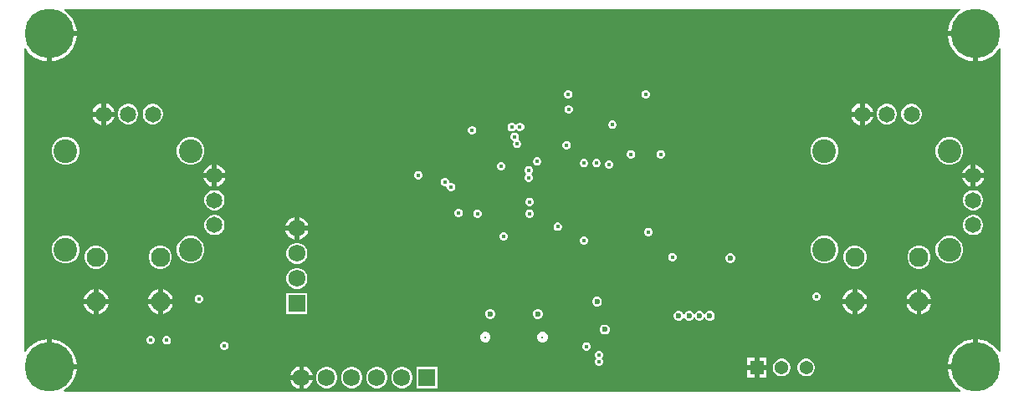
<source format=gbr>
%TF.GenerationSoftware,Altium Limited,Altium Designer,25.3.3 (18)*%
G04 Layer_Physical_Order=3*
G04 Layer_Color=16440176*
%FSLAX45Y45*%
%MOMM*%
%TF.SameCoordinates,94F19C35-717A-4B45-A619-7893C40BEDFD*%
%TF.FilePolarity,Positive*%
%TF.FileFunction,Copper,L3,Inr,Signal*%
%TF.Part,Single*%
G01*
G75*
%TA.AperFunction,ViaPad*%
%ADD42C,5.00000*%
%TA.AperFunction,ComponentPad*%
%ADD43C,1.72500*%
%ADD44R,1.72500X1.72500*%
%ADD45C,1.36500*%
%ADD46R,1.36500X1.36500*%
%ADD47C,0.32500*%
%ADD48C,1.65000*%
%ADD50C,2.40000*%
%ADD51C,1.95000*%
%ADD52R,1.72500X1.72500*%
%TA.AperFunction,ViaPad*%
%ADD53C,0.60000*%
%ADD54C,0.80000*%
%ADD55C,0.45000*%
G36*
X10907751Y10722300D02*
X10875093Y10698572D01*
X10843928Y10667408D01*
X10818023Y10631752D01*
X10798014Y10592483D01*
X10784395Y10550567D01*
X10777970Y10510000D01*
X11057499D01*
Y10485000D01*
X11082499D01*
Y10205469D01*
X11123067Y10211895D01*
X11164983Y10225514D01*
X11204252Y10245523D01*
X11239908Y10271428D01*
X11271072Y10302592D01*
X11294800Y10335250D01*
X11307500Y10331815D01*
Y7263184D01*
X11294800Y7259749D01*
X11271072Y7292408D01*
X11239908Y7323572D01*
X11204252Y7349477D01*
X11164983Y7369486D01*
X11123067Y7383105D01*
X11082500Y7389530D01*
Y7110000D01*
X11057500D01*
Y7085000D01*
X10777970D01*
X10784395Y7044433D01*
X10798014Y7002517D01*
X10818023Y6963248D01*
X10843928Y6927592D01*
X10875092Y6896428D01*
X10907750Y6872700D01*
X10904315Y6860000D01*
X1835684D01*
X1832249Y6872700D01*
X1864908Y6896428D01*
X1896072Y6927592D01*
X1921977Y6963248D01*
X1941986Y7002517D01*
X1955605Y7044433D01*
X1962030Y7085000D01*
X1682500D01*
Y7110000D01*
X1657500D01*
Y7389531D01*
X1616933Y7383105D01*
X1575017Y7369486D01*
X1535748Y7349478D01*
X1500092Y7323572D01*
X1468928Y7292408D01*
X1445200Y7259750D01*
X1432500Y7263185D01*
Y10331816D01*
X1445200Y10335251D01*
X1468928Y10302593D01*
X1500092Y10271428D01*
X1535748Y10245523D01*
X1575017Y10225514D01*
X1616933Y10211895D01*
X1657500Y10205470D01*
Y10485000D01*
X1682500D01*
Y10510000D01*
X1962031D01*
X1955605Y10550567D01*
X1941986Y10592483D01*
X1921978Y10631752D01*
X1896072Y10667408D01*
X1864908Y10698572D01*
X1832250Y10722300D01*
X1835685Y10735000D01*
X10904316D01*
X10907751Y10722300D01*
D02*
G37*
%LPC*%
G36*
X1962031Y10460000D02*
X1707500D01*
Y10205470D01*
X1748067Y10211895D01*
X1789983Y10225514D01*
X1829252Y10245523D01*
X1864908Y10271428D01*
X1896072Y10302593D01*
X1921978Y10338248D01*
X1941986Y10377518D01*
X1955605Y10419434D01*
X1962031Y10460000D01*
D02*
G37*
G36*
X11032499D02*
X10777970D01*
X10784395Y10419433D01*
X10798014Y10377517D01*
X10818023Y10338248D01*
X10843928Y10302592D01*
X10875093Y10271428D01*
X10910748Y10245523D01*
X10950018Y10225514D01*
X10991934Y10211895D01*
X11032499Y10205470D01*
Y10460000D01*
D02*
G37*
G36*
X7727954Y9912000D02*
X7711047D01*
X7695426Y9905530D01*
X7683471Y9893575D01*
X7677000Y9877954D01*
Y9861047D01*
X7683471Y9845427D01*
X7695426Y9833471D01*
X7711047Y9827001D01*
X7727954D01*
X7743574Y9833471D01*
X7755530Y9845427D01*
X7762000Y9861047D01*
Y9877954D01*
X7755530Y9893575D01*
X7743574Y9905530D01*
X7727954Y9912000D01*
D02*
G37*
G36*
X6945453Y9912000D02*
X6928546D01*
X6912925Y9905530D01*
X6900970Y9893575D01*
X6894500Y9877954D01*
Y9861047D01*
X6900970Y9845426D01*
X6912925Y9833471D01*
X6928546Y9827001D01*
X6945453D01*
X6961073Y9833471D01*
X6973029Y9845426D01*
X6979499Y9861047D01*
Y9877954D01*
X6973029Y9893575D01*
X6961073Y9905530D01*
X6945453Y9912000D01*
D02*
G37*
G36*
X2257500Y9780270D02*
Y9695501D01*
X2342270D01*
X2337333Y9713924D01*
X2322522Y9739577D01*
X2301577Y9760523D01*
X2275923Y9775334D01*
X2257500Y9780270D01*
D02*
G37*
G36*
X2207500D02*
X2189077Y9775334D01*
X2163423Y9760523D01*
X2142478Y9739577D01*
X2127667Y9713924D01*
X2122730Y9695501D01*
X2207500D01*
Y9780270D01*
D02*
G37*
G36*
X9935868Y9780270D02*
Y9695500D01*
X10020638D01*
X10015702Y9713923D01*
X10000891Y9739577D01*
X9979945Y9760523D01*
X9954292Y9775333D01*
X9935868Y9780270D01*
D02*
G37*
G36*
X9885868D02*
X9867445Y9775333D01*
X9841792Y9760523D01*
X9820846Y9739577D01*
X9806035Y9713923D01*
X9801099Y9695500D01*
X9885868D01*
Y9780270D01*
D02*
G37*
G36*
X6947953Y9762000D02*
X6931046D01*
X6915425Y9755530D01*
X6903470Y9743574D01*
X6897000Y9727954D01*
Y9711046D01*
X6903470Y9695426D01*
X6915425Y9683470D01*
X6931046Y9677000D01*
X6947953D01*
X6963574Y9683470D01*
X6975529Y9695426D01*
X6981999Y9711046D01*
Y9727954D01*
X6975529Y9743574D01*
X6963574Y9755530D01*
X6947953Y9762000D01*
D02*
G37*
G36*
X2745994Y9773001D02*
X2719006D01*
X2692936Y9766015D01*
X2669564Y9752521D01*
X2650480Y9733437D01*
X2636985Y9710064D01*
X2630000Y9683995D01*
Y9657006D01*
X2636985Y9630937D01*
X2650480Y9607564D01*
X2669564Y9588480D01*
X2692936Y9574986D01*
X2719006Y9568001D01*
X2745994D01*
X2772064Y9574986D01*
X2795436Y9588480D01*
X2814520Y9607564D01*
X2828015Y9630937D01*
X2835000Y9657006D01*
Y9683995D01*
X2828015Y9710064D01*
X2814520Y9733437D01*
X2795436Y9752521D01*
X2772064Y9766015D01*
X2745994Y9773001D01*
D02*
G37*
G36*
X2495994D02*
X2469006D01*
X2442936Y9766015D01*
X2419564Y9752521D01*
X2400480Y9733437D01*
X2386985Y9710064D01*
X2380000Y9683995D01*
Y9657006D01*
X2386985Y9630937D01*
X2400480Y9607564D01*
X2419564Y9588480D01*
X2442936Y9574986D01*
X2469006Y9568001D01*
X2495994D01*
X2522064Y9574986D01*
X2545436Y9588480D01*
X2564520Y9607564D01*
X2578015Y9630937D01*
X2585000Y9657006D01*
Y9683995D01*
X2578015Y9710064D01*
X2564520Y9733437D01*
X2545436Y9752521D01*
X2522064Y9766015D01*
X2495994Y9773001D01*
D02*
G37*
G36*
X10424363Y9773000D02*
X10397374D01*
X10371305Y9766015D01*
X10347932Y9752520D01*
X10328848Y9733436D01*
X10315354Y9710064D01*
X10308369Y9683994D01*
Y9657006D01*
X10315354Y9630937D01*
X10328848Y9607564D01*
X10347932Y9588480D01*
X10371305Y9574985D01*
X10397374Y9568000D01*
X10424363D01*
X10450432Y9574985D01*
X10473805Y9588480D01*
X10492889Y9607564D01*
X10506383Y9630937D01*
X10513368Y9657006D01*
Y9683994D01*
X10506383Y9710064D01*
X10492889Y9733436D01*
X10473805Y9752520D01*
X10450432Y9766015D01*
X10424363Y9773000D01*
D02*
G37*
G36*
X10174363D02*
X10147374D01*
X10121305Y9766015D01*
X10097932Y9752520D01*
X10078848Y9733436D01*
X10065354Y9710064D01*
X10058369Y9683994D01*
Y9657006D01*
X10065354Y9630937D01*
X10078848Y9607564D01*
X10097932Y9588480D01*
X10121305Y9574985D01*
X10147374Y9568000D01*
X10174363D01*
X10200432Y9574985D01*
X10223805Y9588480D01*
X10242889Y9607564D01*
X10256383Y9630937D01*
X10263368Y9657006D01*
Y9683994D01*
X10256383Y9710064D01*
X10242889Y9733436D01*
X10223805Y9752520D01*
X10200432Y9766015D01*
X10174363Y9773000D01*
D02*
G37*
G36*
X6455954Y9582500D02*
X6439046D01*
X6423426Y9576030D01*
X6413076Y9565679D01*
X6408707Y9564191D01*
X6397960Y9564644D01*
X6389074Y9573530D01*
X6373454Y9580000D01*
X6356546D01*
X6340926Y9573530D01*
X6328970Y9561574D01*
X6322500Y9545954D01*
Y9529046D01*
X6328970Y9513426D01*
X6340926Y9501470D01*
X6356546Y9495000D01*
X6373454D01*
X6389074Y9501470D01*
X6399424Y9511821D01*
X6403793Y9513309D01*
X6414540Y9512856D01*
X6423426Y9503970D01*
X6439046Y9497500D01*
X6455954D01*
X6471574Y9503970D01*
X6483530Y9515926D01*
X6490000Y9531546D01*
Y9548454D01*
X6483530Y9564074D01*
X6471574Y9576030D01*
X6455954Y9582500D01*
D02*
G37*
G36*
X2342270Y9645501D02*
X2257500D01*
Y9560731D01*
X2275923Y9565667D01*
X2301577Y9580478D01*
X2322522Y9601424D01*
X2337333Y9627077D01*
X2342270Y9645501D01*
D02*
G37*
G36*
X2207500D02*
X2122730D01*
X2127667Y9627077D01*
X2142478Y9601424D01*
X2163423Y9580478D01*
X2189077Y9565667D01*
X2207500Y9560731D01*
Y9645501D01*
D02*
G37*
G36*
X10020638Y9645500D02*
X9935868D01*
Y9560730D01*
X9954292Y9565667D01*
X9979945Y9580478D01*
X10000891Y9601424D01*
X10015702Y9627077D01*
X10020638Y9645500D01*
D02*
G37*
G36*
X9885868D02*
X9801099D01*
X9806035Y9627077D01*
X9820846Y9601424D01*
X9841792Y9580478D01*
X9867445Y9565667D01*
X9885868Y9560730D01*
Y9645500D01*
D02*
G37*
G36*
X7390453Y9604500D02*
X7373546D01*
X7357925Y9598030D01*
X7345970Y9586074D01*
X7339500Y9570454D01*
Y9553547D01*
X7345970Y9537926D01*
X7357925Y9525971D01*
X7373546Y9519500D01*
X7390453D01*
X7406074Y9525971D01*
X7418029Y9537926D01*
X7424499Y9553547D01*
Y9570454D01*
X7418029Y9586074D01*
X7406074Y9598030D01*
X7390453Y9604500D01*
D02*
G37*
G36*
X5972953Y9549500D02*
X5956046D01*
X5940425Y9543030D01*
X5928470Y9531074D01*
X5922000Y9515454D01*
Y9498546D01*
X5928470Y9482926D01*
X5940425Y9470970D01*
X5956046Y9464500D01*
X5972953D01*
X5988573Y9470970D01*
X6000529Y9482926D01*
X6006999Y9498546D01*
Y9515454D01*
X6000529Y9531074D01*
X5988573Y9543030D01*
X5972953Y9549500D01*
D02*
G37*
G36*
X6403454Y9485000D02*
X6386546D01*
X6370926Y9478530D01*
X6358970Y9466574D01*
X6352500Y9450954D01*
Y9434046D01*
X6358970Y9418426D01*
X6370926Y9406470D01*
X6376214Y9404280D01*
X6380969Y9391075D01*
X6374499Y9375455D01*
Y9358547D01*
X6380969Y9342927D01*
X6392925Y9330971D01*
X6408545Y9324501D01*
X6425453D01*
X6441073Y9330971D01*
X6453029Y9342927D01*
X6459499Y9358547D01*
Y9375455D01*
X6453029Y9391075D01*
X6441073Y9403031D01*
X6435785Y9405221D01*
X6431030Y9418426D01*
X6437500Y9434046D01*
Y9450954D01*
X6431030Y9466574D01*
X6419074Y9478530D01*
X6403454Y9485000D01*
D02*
G37*
G36*
X6929952Y9399500D02*
X6913045D01*
X6897425Y9393030D01*
X6885469Y9381074D01*
X6878999Y9365454D01*
Y9348546D01*
X6885469Y9332926D01*
X6897425Y9320970D01*
X6913045Y9314500D01*
X6929952D01*
X6945573Y9320970D01*
X6957528Y9332926D01*
X6963999Y9348546D01*
Y9365454D01*
X6957528Y9381074D01*
X6945573Y9393030D01*
X6929952Y9399500D01*
D02*
G37*
G36*
X7880453Y9307000D02*
X7863546D01*
X7847925Y9300530D01*
X7835970Y9288574D01*
X7829500Y9272954D01*
Y9256047D01*
X7835970Y9240426D01*
X7847925Y9228470D01*
X7863546Y9222000D01*
X7880453D01*
X7896074Y9228470D01*
X7908029Y9240426D01*
X7914499Y9256047D01*
Y9272954D01*
X7908029Y9288574D01*
X7896074Y9300530D01*
X7880453Y9307000D01*
D02*
G37*
G36*
X7580452Y9306999D02*
X7563545D01*
X7547925Y9300529D01*
X7535969Y9288574D01*
X7529499Y9272953D01*
Y9256046D01*
X7535969Y9240426D01*
X7547925Y9228470D01*
X7563545Y9222000D01*
X7580452D01*
X7596073Y9228470D01*
X7608028Y9240426D01*
X7614499Y9256046D01*
Y9272953D01*
X7608028Y9288574D01*
X7596073Y9300529D01*
X7580452Y9306999D01*
D02*
G37*
G36*
X3133431Y9437501D02*
X3096569D01*
X3060962Y9427960D01*
X3029038Y9409528D01*
X3002972Y9383463D01*
X2984541Y9351539D01*
X2975000Y9315932D01*
Y9279069D01*
X2984541Y9243463D01*
X3002972Y9211539D01*
X3029038Y9185473D01*
X3060962Y9167041D01*
X3096569Y9157501D01*
X3133431D01*
X3169038Y9167041D01*
X3200962Y9185473D01*
X3227028Y9211539D01*
X3245459Y9243463D01*
X3255000Y9279069D01*
Y9315932D01*
X3245459Y9351539D01*
X3227028Y9383463D01*
X3200962Y9409528D01*
X3169038Y9427960D01*
X3133431Y9437501D01*
D02*
G37*
G36*
X1868431D02*
X1831569D01*
X1795962Y9427960D01*
X1764038Y9409528D01*
X1737972Y9383463D01*
X1719541Y9351539D01*
X1710000Y9315932D01*
Y9279069D01*
X1719541Y9243463D01*
X1737972Y9211539D01*
X1764038Y9185473D01*
X1795962Y9167041D01*
X1831569Y9157501D01*
X1868431D01*
X1904038Y9167041D01*
X1935962Y9185473D01*
X1962028Y9211539D01*
X1980459Y9243463D01*
X1990000Y9279069D01*
Y9315932D01*
X1980459Y9351539D01*
X1962028Y9383463D01*
X1935962Y9409528D01*
X1904038Y9427960D01*
X1868431Y9437501D01*
D02*
G37*
G36*
X10811800Y9437500D02*
X10774937D01*
X10739330Y9427959D01*
X10707406Y9409528D01*
X10681341Y9383462D01*
X10662909Y9351538D01*
X10653368Y9315931D01*
Y9279069D01*
X10662909Y9243462D01*
X10681341Y9211538D01*
X10707406Y9185472D01*
X10739330Y9167041D01*
X10774937Y9157500D01*
X10811800D01*
X10847406Y9167041D01*
X10879330Y9185472D01*
X10905396Y9211538D01*
X10923828Y9243462D01*
X10933368Y9279069D01*
Y9315931D01*
X10923828Y9351538D01*
X10905396Y9383462D01*
X10879330Y9409528D01*
X10847406Y9427959D01*
X10811800Y9437500D01*
D02*
G37*
G36*
X9546800D02*
X9509937D01*
X9474331Y9427959D01*
X9442407Y9409528D01*
X9416341Y9383462D01*
X9397909Y9351538D01*
X9388369Y9315931D01*
Y9279069D01*
X9397909Y9243462D01*
X9416341Y9211538D01*
X9442407Y9185472D01*
X9474331Y9167041D01*
X9509937Y9157500D01*
X9546800D01*
X9582407Y9167041D01*
X9614331Y9185472D01*
X9640396Y9211538D01*
X9658828Y9243462D01*
X9668369Y9279069D01*
Y9315931D01*
X9658828Y9351538D01*
X9640396Y9383462D01*
X9614331Y9409528D01*
X9582407Y9427959D01*
X9546800Y9437500D01*
D02*
G37*
G36*
X6630454Y9232000D02*
X6613547D01*
X6597926Y9225530D01*
X6585971Y9213575D01*
X6579500Y9197954D01*
Y9181047D01*
X6585971Y9165426D01*
X6597926Y9153471D01*
X6613547Y9147001D01*
X6630454D01*
X6646074Y9153471D01*
X6658030Y9165426D01*
X6664500Y9181047D01*
Y9197954D01*
X6658030Y9213575D01*
X6646074Y9225530D01*
X6630454Y9232000D01*
D02*
G37*
G36*
X7103953Y9215000D02*
X7087046D01*
X7071425Y9208530D01*
X7059470Y9196574D01*
X7053000Y9180954D01*
Y9164046D01*
X7059470Y9148426D01*
X7071425Y9136470D01*
X7087046Y9130000D01*
X7103953D01*
X7119574Y9136470D01*
X7131529Y9148426D01*
X7137999Y9164046D01*
Y9180954D01*
X7131529Y9196574D01*
X7119574Y9208530D01*
X7103953Y9215000D01*
D02*
G37*
G36*
X7230453Y9214500D02*
X7213546D01*
X7197925Y9208030D01*
X7185970Y9196074D01*
X7179500Y9180454D01*
Y9163547D01*
X7185970Y9147926D01*
X7197925Y9135971D01*
X7213546Y9129500D01*
X7230453D01*
X7246074Y9135971D01*
X7258029Y9147926D01*
X7264499Y9163547D01*
Y9180454D01*
X7258029Y9196074D01*
X7246074Y9208030D01*
X7230453Y9214500D01*
D02*
G37*
G36*
X7358453Y9200000D02*
X7341546D01*
X7325925Y9193530D01*
X7313970Y9181574D01*
X7307500Y9165954D01*
Y9149047D01*
X7313970Y9133426D01*
X7325925Y9121471D01*
X7341546Y9115001D01*
X7358453D01*
X7374074Y9121471D01*
X7386029Y9133426D01*
X7392499Y9149047D01*
Y9165954D01*
X7386029Y9181574D01*
X7374074Y9193530D01*
X7358453Y9200000D01*
D02*
G37*
G36*
X6265954Y9185000D02*
X6249046D01*
X6233426Y9178530D01*
X6221470Y9166574D01*
X6215000Y9150954D01*
Y9134046D01*
X6221470Y9118426D01*
X6233426Y9106470D01*
X6249046Y9100000D01*
X6265954D01*
X6281574Y9106470D01*
X6293530Y9118426D01*
X6300000Y9134046D01*
Y9150954D01*
X6293530Y9166574D01*
X6281574Y9178530D01*
X6265954Y9185000D01*
D02*
G37*
G36*
X3380500Y9157270D02*
Y9072501D01*
X3465270D01*
X3460333Y9090924D01*
X3445522Y9116577D01*
X3424577Y9137523D01*
X3398923Y9152334D01*
X3380500Y9157270D01*
D02*
G37*
G36*
X3330500D02*
X3312077Y9152334D01*
X3286423Y9137523D01*
X3265478Y9116577D01*
X3250667Y9090924D01*
X3245730Y9072501D01*
X3330500D01*
Y9157270D01*
D02*
G37*
G36*
X11058868Y9157270D02*
Y9072500D01*
X11143638D01*
X11138702Y9090923D01*
X11123891Y9116577D01*
X11102945Y9137522D01*
X11077292Y9152333D01*
X11058868Y9157270D01*
D02*
G37*
G36*
X11008869D02*
X10990445Y9152333D01*
X10964792Y9137522D01*
X10943846Y9116577D01*
X10929035Y9090923D01*
X10924099Y9072500D01*
X11008869D01*
Y9157270D01*
D02*
G37*
G36*
X5425453Y9094500D02*
X5408546D01*
X5392925Y9088030D01*
X5380970Y9076074D01*
X5374500Y9060454D01*
Y9043547D01*
X5380970Y9027926D01*
X5392925Y9015971D01*
X5408546Y9009500D01*
X5425453D01*
X5441073Y9015971D01*
X5453029Y9027926D01*
X5459499Y9043547D01*
Y9060454D01*
X5453029Y9076074D01*
X5441073Y9088030D01*
X5425453Y9094500D01*
D02*
G37*
G36*
X6545453Y9144500D02*
X6528546D01*
X6512925Y9138030D01*
X6500970Y9126074D01*
X6494500Y9110454D01*
Y9093546D01*
X6500970Y9077926D01*
X6506099Y9072797D01*
X6511897Y9064500D01*
X6506099Y9056203D01*
X6500970Y9051074D01*
X6494500Y9035454D01*
Y9018546D01*
X6500970Y9002926D01*
X6512925Y8990970D01*
X6528546Y8984500D01*
X6545453D01*
X6561073Y8990970D01*
X6573029Y9002926D01*
X6579499Y9018546D01*
Y9035454D01*
X6573029Y9051074D01*
X6567900Y9056203D01*
X6562101Y9064500D01*
X6567900Y9072797D01*
X6573029Y9077926D01*
X6579499Y9093546D01*
Y9110454D01*
X6573029Y9126074D01*
X6561073Y9138030D01*
X6545453Y9144500D01*
D02*
G37*
G36*
X3465270Y9022501D02*
X3380500D01*
Y8937731D01*
X3398923Y8942667D01*
X3424577Y8957478D01*
X3445522Y8978424D01*
X3460333Y9004077D01*
X3465270Y9022501D01*
D02*
G37*
G36*
X3330500D02*
X3245730D01*
X3250667Y9004077D01*
X3265478Y8978424D01*
X3286423Y8957478D01*
X3312077Y8942667D01*
X3330500Y8937731D01*
Y9022501D01*
D02*
G37*
G36*
X11143638Y9022500D02*
X11058868D01*
Y8937730D01*
X11077292Y8942667D01*
X11102945Y8957478D01*
X11123891Y8978423D01*
X11138702Y9004077D01*
X11143638Y9022500D01*
D02*
G37*
G36*
X11008869D02*
X10924099D01*
X10929035Y9004077D01*
X10943846Y8978423D01*
X10964792Y8957478D01*
X10990445Y8942667D01*
X11008869Y8937730D01*
Y9022500D01*
D02*
G37*
G36*
X5695954Y9022500D02*
X5679046D01*
X5663426Y9016030D01*
X5651470Y9004074D01*
X5645000Y8988454D01*
Y8971546D01*
X5651470Y8955926D01*
X5663426Y8943970D01*
X5679046Y8937500D01*
X5695954D01*
X5697300Y8938058D01*
X5710000Y8929572D01*
Y8924046D01*
X5716470Y8908426D01*
X5728426Y8896470D01*
X5744046Y8890000D01*
X5760954D01*
X5776574Y8896470D01*
X5788530Y8908426D01*
X5795000Y8924046D01*
Y8940954D01*
X5788530Y8956574D01*
X5776574Y8968530D01*
X5760954Y8975000D01*
X5744046D01*
X5742700Y8974442D01*
X5730000Y8982928D01*
Y8988454D01*
X5723530Y9004074D01*
X5711574Y9016030D01*
X5695954Y9022500D01*
D02*
G37*
G36*
X6555453Y8824500D02*
X6538546D01*
X6522925Y8818030D01*
X6510970Y8806074D01*
X6504500Y8790454D01*
Y8773547D01*
X6510970Y8757926D01*
X6522925Y8745971D01*
X6538546Y8739500D01*
X6555453D01*
X6571073Y8745971D01*
X6583029Y8757926D01*
X6589499Y8773547D01*
Y8790454D01*
X6583029Y8806074D01*
X6571073Y8818030D01*
X6555453Y8824500D01*
D02*
G37*
G36*
X3368994Y8900000D02*
X3342006D01*
X3315936Y8893015D01*
X3292564Y8879521D01*
X3273480Y8860437D01*
X3259985Y8837064D01*
X3253000Y8810995D01*
Y8784006D01*
X3259985Y8757937D01*
X3273480Y8734564D01*
X3292564Y8715480D01*
X3315936Y8701986D01*
X3342006Y8695001D01*
X3368994D01*
X3395064Y8701986D01*
X3418436Y8715480D01*
X3437520Y8734564D01*
X3451015Y8757937D01*
X3458000Y8784006D01*
Y8810995D01*
X3451015Y8837064D01*
X3437520Y8860437D01*
X3418436Y8879521D01*
X3395064Y8893015D01*
X3368994Y8900000D01*
D02*
G37*
G36*
X11047363Y8900000D02*
X11020374D01*
X10994305Y8893015D01*
X10970932Y8879520D01*
X10951848Y8860436D01*
X10938354Y8837064D01*
X10931369Y8810994D01*
Y8784006D01*
X10938354Y8757937D01*
X10951848Y8734564D01*
X10970932Y8715480D01*
X10994305Y8701985D01*
X11020374Y8695000D01*
X11047363D01*
X11073432Y8701985D01*
X11096805Y8715480D01*
X11115889Y8734564D01*
X11129383Y8757937D01*
X11136368Y8784006D01*
Y8810994D01*
X11129383Y8837064D01*
X11115889Y8860436D01*
X11096805Y8879520D01*
X11073432Y8893015D01*
X11047363Y8900000D01*
D02*
G37*
G36*
X5835954Y8712500D02*
X5819046D01*
X5803426Y8706030D01*
X5791470Y8694074D01*
X5785000Y8678454D01*
Y8661546D01*
X5791470Y8645926D01*
X5803426Y8633970D01*
X5819046Y8627500D01*
X5835954D01*
X5851574Y8633970D01*
X5863530Y8645926D01*
X5870000Y8661546D01*
Y8678454D01*
X5863530Y8694074D01*
X5851574Y8706030D01*
X5835954Y8712500D01*
D02*
G37*
G36*
X6024703Y8704750D02*
X6007796D01*
X5992176Y8698280D01*
X5980220Y8686324D01*
X5973750Y8670704D01*
Y8653796D01*
X5980220Y8638176D01*
X5992176Y8626220D01*
X6007796Y8619750D01*
X6024703D01*
X6040324Y8626220D01*
X6052279Y8638176D01*
X6058750Y8653796D01*
Y8670704D01*
X6052279Y8686324D01*
X6040324Y8698280D01*
X6024703Y8704750D01*
D02*
G37*
G36*
X6555453Y8704500D02*
X6538546D01*
X6522925Y8698030D01*
X6510970Y8686074D01*
X6504500Y8670454D01*
Y8653547D01*
X6510970Y8637926D01*
X6522925Y8625971D01*
X6538546Y8619500D01*
X6555453D01*
X6571073Y8625971D01*
X6583029Y8637926D01*
X6589499Y8653547D01*
Y8670454D01*
X6583029Y8686074D01*
X6571073Y8698030D01*
X6555453Y8704500D01*
D02*
G37*
G36*
X4215522Y8625929D02*
Y8537277D01*
X4304174D01*
X4298850Y8557148D01*
X4283545Y8583656D01*
X4261901Y8605300D01*
X4235393Y8620605D01*
X4215522Y8625929D01*
D02*
G37*
G36*
X4165522D02*
X4145651Y8620605D01*
X4119143Y8605300D01*
X4097499Y8583656D01*
X4082194Y8557148D01*
X4076870Y8537277D01*
X4165522D01*
Y8625929D01*
D02*
G37*
G36*
X6837953Y8572000D02*
X6821046D01*
X6805425Y8565530D01*
X6793470Y8553574D01*
X6787000Y8537954D01*
Y8521046D01*
X6793470Y8505426D01*
X6805425Y8493470D01*
X6821046Y8487000D01*
X6837953D01*
X6853574Y8493470D01*
X6865529Y8505426D01*
X6871999Y8521046D01*
Y8537954D01*
X6865529Y8553574D01*
X6853574Y8565530D01*
X6837953Y8572000D01*
D02*
G37*
G36*
X3368994Y8650000D02*
X3342006D01*
X3315936Y8643015D01*
X3292564Y8629521D01*
X3273480Y8610437D01*
X3259985Y8587064D01*
X3253000Y8560995D01*
Y8534006D01*
X3259985Y8507937D01*
X3273480Y8484564D01*
X3292564Y8465480D01*
X3315936Y8451986D01*
X3342006Y8445001D01*
X3368994D01*
X3395064Y8451986D01*
X3418436Y8465480D01*
X3437520Y8484564D01*
X3451015Y8507937D01*
X3458000Y8534006D01*
Y8560995D01*
X3451015Y8587064D01*
X3437520Y8610437D01*
X3418436Y8629521D01*
X3395064Y8643015D01*
X3368994Y8650000D01*
D02*
G37*
G36*
X11047363Y8650000D02*
X11020374D01*
X10994305Y8643015D01*
X10970932Y8629520D01*
X10951848Y8610436D01*
X10938354Y8587064D01*
X10931369Y8560994D01*
Y8534006D01*
X10938354Y8507937D01*
X10951848Y8484564D01*
X10970932Y8465480D01*
X10994305Y8451985D01*
X11020374Y8445000D01*
X11047363D01*
X11073432Y8451985D01*
X11096805Y8465480D01*
X11115889Y8484564D01*
X11129383Y8507937D01*
X11136368Y8534006D01*
Y8560994D01*
X11129383Y8587064D01*
X11115889Y8610436D01*
X11096805Y8629520D01*
X11073432Y8643015D01*
X11047363Y8650000D01*
D02*
G37*
G36*
X7754454Y8518000D02*
X7737546D01*
X7721926Y8511530D01*
X7709970Y8499574D01*
X7703500Y8483954D01*
Y8467047D01*
X7709970Y8451426D01*
X7721926Y8439471D01*
X7737546Y8433000D01*
X7754454D01*
X7770074Y8439471D01*
X7782030Y8451426D01*
X7788500Y8467047D01*
Y8483954D01*
X7782030Y8499574D01*
X7770074Y8511530D01*
X7754454Y8518000D01*
D02*
G37*
G36*
X4304174Y8487277D02*
X4215522D01*
Y8398625D01*
X4235393Y8403949D01*
X4261901Y8419254D01*
X4283545Y8440898D01*
X4298850Y8467406D01*
X4304174Y8487277D01*
D02*
G37*
G36*
X4165522D02*
X4076870D01*
X4082194Y8467406D01*
X4097499Y8440898D01*
X4119143Y8419254D01*
X4145651Y8403949D01*
X4165522Y8398625D01*
Y8487277D01*
D02*
G37*
G36*
X6290454Y8472000D02*
X6273547D01*
X6257926Y8465530D01*
X6245970Y8453574D01*
X6239500Y8437954D01*
Y8421046D01*
X6245970Y8405426D01*
X6257926Y8393470D01*
X6273547Y8387000D01*
X6290454D01*
X6306074Y8393470D01*
X6318030Y8405426D01*
X6324500Y8421046D01*
Y8437954D01*
X6318030Y8453574D01*
X6306074Y8465530D01*
X6290454Y8472000D01*
D02*
G37*
G36*
X7102953Y8429500D02*
X7086046D01*
X7070425Y8423030D01*
X7058470Y8411074D01*
X7052000Y8395454D01*
Y8378546D01*
X7058470Y8362926D01*
X7070425Y8350970D01*
X7086046Y8344500D01*
X7102953D01*
X7118574Y8350970D01*
X7130529Y8362926D01*
X7136999Y8378546D01*
Y8395454D01*
X7130529Y8411074D01*
X7118574Y8423030D01*
X7102953Y8429500D01*
D02*
G37*
G36*
X7997154Y8265000D02*
X7980247D01*
X7964626Y8258530D01*
X7952671Y8246574D01*
X7946201Y8230954D01*
Y8214047D01*
X7952671Y8198426D01*
X7964626Y8186471D01*
X7980247Y8180000D01*
X7997154D01*
X8012775Y8186471D01*
X8024730Y8198426D01*
X8031200Y8214047D01*
Y8230954D01*
X8024730Y8246574D01*
X8012775Y8258530D01*
X7997154Y8265000D01*
D02*
G37*
G36*
X8587446Y8260000D02*
X8567555D01*
X8549177Y8252388D01*
X8535112Y8238323D01*
X8527500Y8219946D01*
Y8200055D01*
X8535112Y8181678D01*
X8549177Y8167612D01*
X8567555Y8160000D01*
X8587446D01*
X8605823Y8167612D01*
X8619888Y8181678D01*
X8627500Y8200055D01*
Y8219946D01*
X8619888Y8238323D01*
X8605823Y8252388D01*
X8587446Y8260000D01*
D02*
G37*
G36*
X3133431Y8437501D02*
X3096569D01*
X3060962Y8427960D01*
X3029038Y8409528D01*
X3002972Y8383463D01*
X2984541Y8351539D01*
X2975000Y8315932D01*
Y8279069D01*
X2984541Y8243463D01*
X3002972Y8211539D01*
X3029038Y8185473D01*
X3060962Y8167041D01*
X3096569Y8157501D01*
X3133431D01*
X3169038Y8167041D01*
X3200962Y8185473D01*
X3227028Y8211539D01*
X3245459Y8243463D01*
X3255000Y8279069D01*
Y8315932D01*
X3245459Y8351539D01*
X3227028Y8383463D01*
X3200962Y8409528D01*
X3169038Y8427960D01*
X3133431Y8437501D01*
D02*
G37*
G36*
X1868431D02*
X1831569D01*
X1795962Y8427960D01*
X1764038Y8409528D01*
X1737972Y8383463D01*
X1719541Y8351539D01*
X1710000Y8315932D01*
Y8279069D01*
X1719541Y8243463D01*
X1737972Y8211539D01*
X1764038Y8185473D01*
X1795962Y8167041D01*
X1831569Y8157501D01*
X1868431D01*
X1904038Y8167041D01*
X1935962Y8185473D01*
X1962028Y8211539D01*
X1980459Y8243463D01*
X1990000Y8279069D01*
Y8315932D01*
X1980459Y8351539D01*
X1962028Y8383463D01*
X1935962Y8409528D01*
X1904038Y8427960D01*
X1868431Y8437501D01*
D02*
G37*
G36*
X10811800Y8437500D02*
X10774937D01*
X10739330Y8427959D01*
X10707406Y8409528D01*
X10681341Y8383462D01*
X10662909Y8351538D01*
X10653368Y8315931D01*
Y8279069D01*
X10662909Y8243462D01*
X10681341Y8211538D01*
X10707406Y8185472D01*
X10739330Y8167041D01*
X10774937Y8157500D01*
X10811800D01*
X10847406Y8167041D01*
X10879330Y8185472D01*
X10905396Y8211538D01*
X10923828Y8243462D01*
X10933368Y8279069D01*
Y8315931D01*
X10923828Y8351538D01*
X10905396Y8383462D01*
X10879330Y8409528D01*
X10847406Y8427959D01*
X10811800Y8437500D01*
D02*
G37*
G36*
X9546800D02*
X9509937D01*
X9474331Y8427959D01*
X9442407Y8409528D01*
X9416341Y8383462D01*
X9397909Y8351538D01*
X9388369Y8315931D01*
Y8279069D01*
X9397909Y8243462D01*
X9416341Y8211538D01*
X9442407Y8185472D01*
X9474331Y8167041D01*
X9509937Y8157500D01*
X9546800D01*
X9582407Y8167041D01*
X9614331Y8185472D01*
X9640396Y8211538D01*
X9658828Y8243462D01*
X9668369Y8279069D01*
Y8315931D01*
X9658828Y8351538D01*
X9640396Y8383462D01*
X9614331Y8409528D01*
X9582407Y8427959D01*
X9546800Y8437500D01*
D02*
G37*
G36*
X4204510Y8364527D02*
X4176534D01*
X4149511Y8357286D01*
X4125283Y8343298D01*
X4105501Y8323516D01*
X4091513Y8299288D01*
X4084272Y8272265D01*
Y8244289D01*
X4091513Y8217266D01*
X4105501Y8193038D01*
X4125283Y8173256D01*
X4149511Y8159268D01*
X4176534Y8152027D01*
X4204510D01*
X4231533Y8159268D01*
X4255761Y8173256D01*
X4275543Y8193038D01*
X4289531Y8217266D01*
X4296772Y8244289D01*
Y8272265D01*
X4289531Y8299288D01*
X4275543Y8323516D01*
X4255761Y8343298D01*
X4231533Y8357286D01*
X4204510Y8364527D01*
D02*
G37*
G36*
X2822969Y8340000D02*
X2792031D01*
X2762147Y8331993D01*
X2735353Y8316524D01*
X2713477Y8294647D01*
X2698008Y8267854D01*
X2690000Y8237970D01*
Y8207031D01*
X2698008Y8177147D01*
X2713477Y8150354D01*
X2735353Y8128477D01*
X2762147Y8113008D01*
X2792031Y8105001D01*
X2822969D01*
X2852853Y8113008D01*
X2879647Y8128477D01*
X2901524Y8150354D01*
X2916993Y8177147D01*
X2925000Y8207031D01*
Y8237970D01*
X2916993Y8267854D01*
X2901524Y8294647D01*
X2879647Y8316524D01*
X2852853Y8331993D01*
X2822969Y8340000D01*
D02*
G37*
G36*
X2172969D02*
X2142031D01*
X2112147Y8331993D01*
X2085353Y8316524D01*
X2063476Y8294647D01*
X2048007Y8267854D01*
X2040000Y8237970D01*
Y8207031D01*
X2048007Y8177147D01*
X2063476Y8150354D01*
X2085353Y8128477D01*
X2112147Y8113008D01*
X2142031Y8105001D01*
X2172969D01*
X2202853Y8113008D01*
X2229647Y8128477D01*
X2251523Y8150354D01*
X2266992Y8177147D01*
X2275000Y8207031D01*
Y8237970D01*
X2266992Y8267854D01*
X2251523Y8294647D01*
X2229647Y8316524D01*
X2202853Y8331993D01*
X2172969Y8340000D01*
D02*
G37*
G36*
X10501338Y8340000D02*
X10470399D01*
X10440515Y8331992D01*
X10413722Y8316523D01*
X10391845Y8294647D01*
X10376376Y8267853D01*
X10368369Y8237969D01*
Y8207031D01*
X10376376Y8177147D01*
X10391845Y8150353D01*
X10413722Y8128477D01*
X10440515Y8113007D01*
X10470399Y8105000D01*
X10501338D01*
X10531222Y8113007D01*
X10558015Y8128477D01*
X10579892Y8150353D01*
X10595361Y8177147D01*
X10603368Y8207031D01*
Y8237969D01*
X10595361Y8267853D01*
X10579892Y8294647D01*
X10558015Y8316523D01*
X10531222Y8331992D01*
X10501338Y8340000D01*
D02*
G37*
G36*
X9851337D02*
X9820399D01*
X9790515Y8331992D01*
X9763722Y8316523D01*
X9741845Y8294647D01*
X9726376Y8267853D01*
X9718368Y8237969D01*
Y8207031D01*
X9726376Y8177147D01*
X9741845Y8150353D01*
X9763722Y8128477D01*
X9790515Y8113007D01*
X9820399Y8105000D01*
X9851337D01*
X9881222Y8113007D01*
X9908015Y8128477D01*
X9929892Y8150353D01*
X9945361Y8177147D01*
X9953368Y8207031D01*
Y8237969D01*
X9945361Y8267853D01*
X9929892Y8294647D01*
X9908015Y8316523D01*
X9881222Y8331992D01*
X9851337Y8340000D01*
D02*
G37*
G36*
X4204510Y8110527D02*
X4176534D01*
X4149511Y8103286D01*
X4125283Y8089298D01*
X4105501Y8069516D01*
X4091513Y8045288D01*
X4084272Y8018265D01*
Y7990289D01*
X4091513Y7963266D01*
X4105501Y7939038D01*
X4125283Y7919256D01*
X4149511Y7905268D01*
X4176534Y7898027D01*
X4204510D01*
X4231533Y7905268D01*
X4255761Y7919256D01*
X4275543Y7939038D01*
X4289531Y7963266D01*
X4296772Y7990289D01*
Y8018265D01*
X4289531Y8045288D01*
X4275543Y8069516D01*
X4255761Y8089298D01*
X4231533Y8103286D01*
X4204510Y8110527D01*
D02*
G37*
G36*
X2832500Y7897799D02*
Y7797501D01*
X2932799D01*
X2926311Y7821714D01*
X2909525Y7850787D01*
X2885787Y7874526D01*
X2856713Y7891311D01*
X2832500Y7897799D01*
D02*
G37*
G36*
X2782500D02*
X2758287Y7891311D01*
X2729213Y7874526D01*
X2705475Y7850787D01*
X2688689Y7821714D01*
X2682201Y7797501D01*
X2782500D01*
Y7897799D01*
D02*
G37*
G36*
X2182500D02*
Y7797501D01*
X2282799D01*
X2276311Y7821714D01*
X2259525Y7850787D01*
X2235786Y7874526D01*
X2206713Y7891311D01*
X2182500Y7897799D01*
D02*
G37*
G36*
X2132500D02*
X2108287Y7891311D01*
X2079213Y7874526D01*
X2055475Y7850787D01*
X2038689Y7821714D01*
X2032201Y7797501D01*
X2132500D01*
Y7897799D01*
D02*
G37*
G36*
X10510868Y7897799D02*
Y7797500D01*
X10611167D01*
X10604679Y7821713D01*
X10587894Y7850787D01*
X10564155Y7874525D01*
X10535082Y7891311D01*
X10510868Y7897799D01*
D02*
G37*
G36*
X10460869D02*
X10436656Y7891311D01*
X10407582Y7874525D01*
X10383843Y7850787D01*
X10367058Y7821713D01*
X10360570Y7797500D01*
X10460869D01*
Y7897799D01*
D02*
G37*
G36*
X9860868D02*
Y7797500D01*
X9961167D01*
X9954679Y7821713D01*
X9937894Y7850787D01*
X9914155Y7874525D01*
X9885081Y7891311D01*
X9860868Y7897799D01*
D02*
G37*
G36*
X9810868D02*
X9786655Y7891311D01*
X9757582Y7874525D01*
X9733843Y7850787D01*
X9717058Y7821713D01*
X9710570Y7797500D01*
X9810868D01*
Y7897799D01*
D02*
G37*
G36*
X9458454Y7864999D02*
X9441546D01*
X9425926Y7858529D01*
X9413970Y7846573D01*
X9407500Y7830953D01*
Y7814045D01*
X9413970Y7798425D01*
X9425926Y7786469D01*
X9441546Y7779999D01*
X9458454D01*
X9474074Y7786469D01*
X9486030Y7798425D01*
X9492500Y7814045D01*
Y7830953D01*
X9486030Y7846573D01*
X9474074Y7858529D01*
X9458454Y7864999D01*
D02*
G37*
G36*
X3205953Y7842498D02*
X3189046D01*
X3173426Y7836028D01*
X3161470Y7824073D01*
X3155000Y7808452D01*
Y7791545D01*
X3161470Y7775925D01*
X3173426Y7763969D01*
X3189046Y7757499D01*
X3205953D01*
X3221574Y7763969D01*
X3233529Y7775925D01*
X3240000Y7791545D01*
Y7808452D01*
X3233529Y7824073D01*
X3221574Y7836028D01*
X3205953Y7842498D01*
D02*
G37*
G36*
X7236946Y7819499D02*
X7217054D01*
X7198677Y7811887D01*
X7184612Y7797822D01*
X7177000Y7779445D01*
Y7759554D01*
X7184612Y7741177D01*
X7198677Y7727111D01*
X7217054Y7719499D01*
X7236946D01*
X7255323Y7727111D01*
X7269388Y7741177D01*
X7277000Y7759554D01*
Y7779445D01*
X7269388Y7797822D01*
X7255323Y7811887D01*
X7236946Y7819499D01*
D02*
G37*
G36*
X8379446Y7676999D02*
X8359554D01*
X8341177Y7669388D01*
X8327112Y7655322D01*
X8323873Y7647503D01*
X8310127D01*
X8306888Y7655322D01*
X8292823Y7669388D01*
X8274445Y7676999D01*
X8254554D01*
X8236177Y7669388D01*
X8222112Y7655322D01*
X8218873Y7647503D01*
X8205127D01*
X8201888Y7655322D01*
X8187823Y7669388D01*
X8169445Y7676999D01*
X8149554D01*
X8131177Y7669388D01*
X8117112Y7655322D01*
X8113873Y7647503D01*
X8100127D01*
X8096888Y7655322D01*
X8082823Y7669388D01*
X8064445Y7676999D01*
X8044554D01*
X8026177Y7669388D01*
X8012112Y7655322D01*
X8004500Y7636945D01*
Y7617054D01*
X8012112Y7598677D01*
X8026177Y7584611D01*
X8044554Y7577000D01*
X8064445D01*
X8082823Y7584611D01*
X8096888Y7598677D01*
X8100127Y7606496D01*
X8113873D01*
X8117112Y7598677D01*
X8131177Y7584611D01*
X8149554Y7577000D01*
X8169445D01*
X8187823Y7584611D01*
X8201888Y7598677D01*
X8205127Y7606496D01*
X8218873D01*
X8222112Y7598677D01*
X8236177Y7584611D01*
X8254554Y7577000D01*
X8274445D01*
X8292823Y7584611D01*
X8306888Y7598677D01*
X8310127Y7606496D01*
X8323873D01*
X8327112Y7598677D01*
X8341177Y7584611D01*
X8359554Y7577000D01*
X8379446D01*
X8397823Y7584611D01*
X8411888Y7598677D01*
X8419500Y7617054D01*
Y7636945D01*
X8411888Y7655322D01*
X8397823Y7669388D01*
X8379446Y7676999D01*
D02*
G37*
G36*
X2932799Y7747501D02*
X2832500D01*
Y7647202D01*
X2856713Y7653690D01*
X2885787Y7670475D01*
X2909525Y7694214D01*
X2926311Y7723288D01*
X2932799Y7747501D01*
D02*
G37*
G36*
X2782500D02*
X2682201D01*
X2688689Y7723288D01*
X2705475Y7694214D01*
X2729213Y7670475D01*
X2758287Y7653690D01*
X2782500Y7647202D01*
Y7747501D01*
D02*
G37*
G36*
X2282799D02*
X2182500D01*
Y7647202D01*
X2206713Y7653690D01*
X2235786Y7670475D01*
X2259525Y7694214D01*
X2276311Y7723288D01*
X2282799Y7747501D01*
D02*
G37*
G36*
X2132500D02*
X2032201D01*
X2038689Y7723288D01*
X2055475Y7694214D01*
X2079213Y7670475D01*
X2108287Y7653690D01*
X2132500Y7647202D01*
Y7747501D01*
D02*
G37*
G36*
X10611167Y7747500D02*
X10510868D01*
Y7647201D01*
X10535082Y7653689D01*
X10564155Y7670475D01*
X10587894Y7694213D01*
X10604679Y7723287D01*
X10611167Y7747500D01*
D02*
G37*
G36*
X10460869D02*
X10360570D01*
X10367058Y7723287D01*
X10383843Y7694213D01*
X10407582Y7670475D01*
X10436656Y7653689D01*
X10460869Y7647201D01*
Y7747500D01*
D02*
G37*
G36*
X9961167D02*
X9860868D01*
Y7647201D01*
X9885081Y7653689D01*
X9914155Y7670475D01*
X9937894Y7694213D01*
X9954679Y7723287D01*
X9961167Y7747500D01*
D02*
G37*
G36*
X9810868D02*
X9710570D01*
X9717058Y7723287D01*
X9733843Y7694213D01*
X9757582Y7670475D01*
X9786655Y7653689D01*
X9810868Y7647201D01*
Y7747500D01*
D02*
G37*
G36*
X4296772Y7856527D02*
X4084272D01*
Y7644027D01*
X4296772D01*
Y7856527D01*
D02*
G37*
G36*
X6637446Y7695000D02*
X6617554D01*
X6599177Y7687388D01*
X6585112Y7673323D01*
X6577500Y7654946D01*
Y7635054D01*
X6585112Y7616677D01*
X6599177Y7602612D01*
X6617554Y7595000D01*
X6637446D01*
X6655823Y7602612D01*
X6669888Y7616677D01*
X6677500Y7635054D01*
Y7654946D01*
X6669888Y7673323D01*
X6655823Y7687388D01*
X6637446Y7695000D01*
D02*
G37*
G36*
X6157446D02*
X6137554D01*
X6119177Y7687388D01*
X6105112Y7673323D01*
X6097500Y7654946D01*
Y7635054D01*
X6105112Y7616677D01*
X6119177Y7602612D01*
X6137554Y7595000D01*
X6157446D01*
X6175823Y7602612D01*
X6189888Y7616677D01*
X6197500Y7635054D01*
Y7654946D01*
X6189888Y7673323D01*
X6175823Y7687388D01*
X6157446Y7695000D01*
D02*
G37*
G36*
X7314446Y7536999D02*
X7294555D01*
X7276177Y7529387D01*
X7262112Y7515322D01*
X7254500Y7496945D01*
Y7477054D01*
X7262112Y7458676D01*
X7276177Y7444611D01*
X7294555Y7436999D01*
X7314446D01*
X7332823Y7444611D01*
X7346888Y7458676D01*
X7354500Y7477054D01*
Y7496945D01*
X7346888Y7515322D01*
X7332823Y7529387D01*
X7314446Y7536999D01*
D02*
G37*
G36*
X6686443Y7462500D02*
X6665557D01*
X6646261Y7454508D01*
X6631492Y7439739D01*
X6623500Y7420443D01*
Y7399557D01*
X6631492Y7380261D01*
X6646261Y7365493D01*
X6665557Y7357500D01*
X6686443D01*
X6705739Y7365493D01*
X6720507Y7380261D01*
X6728500Y7399557D01*
Y7420443D01*
X6720507Y7439739D01*
X6705739Y7454508D01*
X6686443Y7462500D01*
D02*
G37*
G36*
X6108443D02*
X6087557D01*
X6068261Y7454508D01*
X6053493Y7439739D01*
X6045500Y7420443D01*
Y7399557D01*
X6053493Y7380261D01*
X6068261Y7365493D01*
X6087557Y7357500D01*
X6108443D01*
X6127739Y7365493D01*
X6142507Y7380261D01*
X6150500Y7399557D01*
Y7420443D01*
X6142507Y7439739D01*
X6127739Y7454508D01*
X6108443Y7462500D01*
D02*
G37*
G36*
X2718454Y7422500D02*
X2701546D01*
X2685926Y7416030D01*
X2673970Y7404074D01*
X2667500Y7388454D01*
Y7371546D01*
X2673970Y7355926D01*
X2685926Y7343970D01*
X2701546Y7337500D01*
X2718454D01*
X2734074Y7343970D01*
X2746030Y7355926D01*
X2752500Y7371546D01*
Y7388454D01*
X2746030Y7404074D01*
X2734074Y7416030D01*
X2718454Y7422500D01*
D02*
G37*
G36*
X2880954Y7420000D02*
X2864046D01*
X2848426Y7413530D01*
X2836470Y7401574D01*
X2830000Y7385954D01*
Y7369046D01*
X2836470Y7353426D01*
X2848426Y7341470D01*
X2864046Y7335000D01*
X2880954D01*
X2896574Y7341470D01*
X2908530Y7353426D01*
X2915000Y7369046D01*
Y7385954D01*
X2908530Y7401574D01*
X2896574Y7413530D01*
X2880954Y7420000D01*
D02*
G37*
G36*
X3465954Y7362500D02*
X3449046D01*
X3433426Y7356029D01*
X3421470Y7344074D01*
X3415000Y7328453D01*
Y7311546D01*
X3421470Y7295926D01*
X3433426Y7283970D01*
X3449046Y7277500D01*
X3465954D01*
X3481574Y7283970D01*
X3493530Y7295926D01*
X3500000Y7311546D01*
Y7328453D01*
X3493530Y7344074D01*
X3481574Y7356029D01*
X3465954Y7362500D01*
D02*
G37*
G36*
X7130455Y7359500D02*
X7113547D01*
X7097927Y7353030D01*
X7085971Y7341074D01*
X7079501Y7325454D01*
Y7308546D01*
X7085971Y7292926D01*
X7097927Y7280970D01*
X7113547Y7274500D01*
X7130455D01*
X7146075Y7280970D01*
X7158031Y7292926D01*
X7164501Y7308546D01*
Y7325454D01*
X7158031Y7341074D01*
X7146075Y7353030D01*
X7130455Y7359500D01*
D02*
G37*
G36*
X1707500Y7389531D02*
Y7135000D01*
X1962030D01*
X1955605Y7175567D01*
X1941986Y7217483D01*
X1921977Y7256752D01*
X1896072Y7292408D01*
X1864908Y7323572D01*
X1829252Y7349478D01*
X1789982Y7369486D01*
X1748067Y7383105D01*
X1707500Y7389531D01*
D02*
G37*
G36*
X11032500Y7389530D02*
X10991933Y7383105D01*
X10950017Y7369486D01*
X10910748Y7349477D01*
X10875092Y7323572D01*
X10843928Y7292408D01*
X10818023Y7256752D01*
X10798014Y7217482D01*
X10784395Y7175567D01*
X10777970Y7135000D01*
X11032500D01*
Y7389530D01*
D02*
G37*
G36*
X8943250Y7200750D02*
X8870000D01*
Y7127500D01*
X8943250D01*
Y7200750D01*
D02*
G37*
G36*
X8820000D02*
X8746750D01*
Y7127500D01*
X8820000D01*
Y7200750D01*
D02*
G37*
G36*
X7257954Y7269500D02*
X7241047D01*
X7225427Y7263029D01*
X7213471Y7251074D01*
X7207001Y7235453D01*
Y7218546D01*
X7213471Y7202926D01*
X7221897Y7194500D01*
X7213471Y7186074D01*
X7207001Y7170454D01*
Y7153546D01*
X7213471Y7137926D01*
X7225427Y7125970D01*
X7241047Y7119500D01*
X7257954D01*
X7273575Y7125970D01*
X7285531Y7137926D01*
X7292001Y7153546D01*
Y7170454D01*
X7285531Y7186074D01*
X7277105Y7194500D01*
X7285531Y7202926D01*
X7292001Y7218546D01*
Y7235453D01*
X7285531Y7251074D01*
X7273575Y7263029D01*
X7257954Y7269500D01*
D02*
G37*
G36*
X4262500Y7113652D02*
Y7025000D01*
X4351152D01*
X4345828Y7044871D01*
X4330523Y7071379D01*
X4308879Y7093023D01*
X4282371Y7108328D01*
X4262500Y7113652D01*
D02*
G37*
G36*
X4212500D02*
X4192629Y7108328D01*
X4166121Y7093023D01*
X4144477Y7071379D01*
X4129172Y7044871D01*
X4123848Y7025000D01*
X4212500D01*
Y7113652D01*
D02*
G37*
G36*
X9356618Y7190750D02*
X9333382D01*
X9310937Y7184736D01*
X9290813Y7173117D01*
X9274383Y7156687D01*
X9262764Y7136563D01*
X9256750Y7114118D01*
Y7090882D01*
X9262764Y7068437D01*
X9274383Y7048313D01*
X9290813Y7031882D01*
X9310937Y7020264D01*
X9333382Y7014250D01*
X9356618D01*
X9379063Y7020264D01*
X9399187Y7031882D01*
X9415618Y7048313D01*
X9427236Y7068437D01*
X9433250Y7090882D01*
Y7114118D01*
X9427236Y7136563D01*
X9415618Y7156687D01*
X9399187Y7173117D01*
X9379063Y7184736D01*
X9356618Y7190750D01*
D02*
G37*
G36*
X9106618D02*
X9083382D01*
X9060937Y7184736D01*
X9040813Y7173117D01*
X9024383Y7156687D01*
X9012764Y7136563D01*
X9006750Y7114118D01*
Y7090882D01*
X9012764Y7068437D01*
X9024383Y7048313D01*
X9040813Y7031882D01*
X9060937Y7020264D01*
X9083382Y7014250D01*
X9106618D01*
X9129063Y7020264D01*
X9149187Y7031882D01*
X9165618Y7048313D01*
X9177236Y7068437D01*
X9183250Y7090882D01*
Y7114118D01*
X9177236Y7136563D01*
X9165618Y7156687D01*
X9149187Y7173117D01*
X9129063Y7184736D01*
X9106618Y7190750D01*
D02*
G37*
G36*
X8943250Y7077500D02*
X8870000D01*
Y7004250D01*
X8943250D01*
Y7077500D01*
D02*
G37*
G36*
X8820000D02*
X8746750D01*
Y7004250D01*
X8820000D01*
Y7077500D01*
D02*
G37*
G36*
X5613750Y7106250D02*
X5401250D01*
Y6893750D01*
X5613750D01*
Y7106250D01*
D02*
G37*
G36*
X5267488D02*
X5239512D01*
X5212489Y7099009D01*
X5188261Y7085021D01*
X5168479Y7065239D01*
X5154491Y7041011D01*
X5147250Y7013988D01*
Y6986012D01*
X5154491Y6958989D01*
X5168479Y6934761D01*
X5188261Y6914979D01*
X5212489Y6900991D01*
X5239512Y6893750D01*
X5267488D01*
X5294511Y6900991D01*
X5318739Y6914979D01*
X5338521Y6934761D01*
X5352509Y6958989D01*
X5359750Y6986012D01*
Y7013988D01*
X5352509Y7041011D01*
X5338521Y7065239D01*
X5318739Y7085021D01*
X5294511Y7099009D01*
X5267488Y7106250D01*
D02*
G37*
G36*
X5013488D02*
X4985512D01*
X4958489Y7099009D01*
X4934261Y7085021D01*
X4914479Y7065239D01*
X4900491Y7041011D01*
X4893250Y7013988D01*
Y6986012D01*
X4900491Y6958989D01*
X4914479Y6934761D01*
X4934261Y6914979D01*
X4958489Y6900991D01*
X4985512Y6893750D01*
X5013488D01*
X5040511Y6900991D01*
X5064739Y6914979D01*
X5084521Y6934761D01*
X5098509Y6958989D01*
X5105750Y6986012D01*
Y7013988D01*
X5098509Y7041011D01*
X5084521Y7065239D01*
X5064739Y7085021D01*
X5040511Y7099009D01*
X5013488Y7106250D01*
D02*
G37*
G36*
X4759488D02*
X4731512D01*
X4704489Y7099009D01*
X4680261Y7085021D01*
X4660479Y7065239D01*
X4646491Y7041011D01*
X4639250Y7013988D01*
Y6986012D01*
X4646491Y6958989D01*
X4660479Y6934761D01*
X4680261Y6914979D01*
X4704489Y6900991D01*
X4731512Y6893750D01*
X4759488D01*
X4786511Y6900991D01*
X4810739Y6914979D01*
X4830521Y6934761D01*
X4844509Y6958989D01*
X4851750Y6986012D01*
Y7013988D01*
X4844509Y7041011D01*
X4830521Y7065239D01*
X4810739Y7085021D01*
X4786511Y7099009D01*
X4759488Y7106250D01*
D02*
G37*
G36*
X4505488D02*
X4477512D01*
X4450489Y7099009D01*
X4426261Y7085021D01*
X4406479Y7065239D01*
X4392491Y7041011D01*
X4385250Y7013988D01*
Y6986012D01*
X4392491Y6958989D01*
X4406479Y6934761D01*
X4426261Y6914979D01*
X4450489Y6900991D01*
X4477512Y6893750D01*
X4505488D01*
X4532511Y6900991D01*
X4556739Y6914979D01*
X4576521Y6934761D01*
X4590509Y6958989D01*
X4597750Y6986012D01*
Y7013988D01*
X4590509Y7041011D01*
X4576521Y7065239D01*
X4556739Y7085021D01*
X4532511Y7099009D01*
X4505488Y7106250D01*
D02*
G37*
G36*
X4351152Y6975000D02*
X4262500D01*
Y6886348D01*
X4282371Y6891673D01*
X4308879Y6906977D01*
X4330523Y6928621D01*
X4345828Y6955129D01*
X4351152Y6975000D01*
D02*
G37*
G36*
X4212500D02*
X4123848D01*
X4129172Y6955129D01*
X4144477Y6928621D01*
X4166121Y6906977D01*
X4192629Y6891673D01*
X4212500Y6886348D01*
Y6975000D01*
D02*
G37*
%LPD*%
D42*
X1682500Y10485000D02*
D03*
X11057500Y10485000D02*
D03*
X11057500Y7110000D02*
D03*
X1682500Y7110000D02*
D03*
D43*
X4237500Y7000000D02*
D03*
X4491500D02*
D03*
X4745500D02*
D03*
X4999500D02*
D03*
X5253500D02*
D03*
X4190522Y8512277D02*
D03*
Y8258277D02*
D03*
Y8004277D02*
D03*
D44*
X5507500Y7000000D02*
D03*
D45*
X9345000Y7102500D02*
D03*
X9095000D02*
D03*
D46*
X8845000D02*
D03*
D47*
X6098000Y7410000D02*
D03*
X6676000D02*
D03*
D48*
X10410868Y9670500D02*
D03*
X10160868D02*
D03*
X9910868D02*
D03*
X11033868Y8547500D02*
D03*
Y8797500D02*
D03*
Y9047500D02*
D03*
X2732500Y9670501D02*
D03*
X2482500D02*
D03*
X2232500D02*
D03*
X3355500Y8547501D02*
D03*
Y8797501D02*
D03*
Y9047501D02*
D03*
D50*
X10793368Y9297500D02*
D03*
X9528369D02*
D03*
Y8297500D02*
D03*
X10793368D02*
D03*
X3115000Y9297501D02*
D03*
X1850000D02*
D03*
Y8297501D02*
D03*
X3115000D02*
D03*
D51*
X9835868Y8222500D02*
D03*
Y7772500D02*
D03*
X10485869Y8222500D02*
D03*
Y7772500D02*
D03*
X2157500Y8222500D02*
D03*
Y7772501D02*
D03*
X2807500Y8222500D02*
D03*
Y7772501D02*
D03*
D52*
X4190522Y7750277D02*
D03*
D53*
X5690000Y10055000D02*
D03*
X6899000Y7262500D02*
D03*
X5875000D02*
D03*
X6627500Y7645000D02*
D03*
X6147500D02*
D03*
X6766500Y7652500D02*
D03*
X6007500D02*
D03*
X6204501Y7852000D02*
D03*
X6669500Y7852000D02*
D03*
X6764500Y7744500D02*
D03*
X6052002Y7744500D02*
D03*
X8264500Y7626999D02*
D03*
X8159500D02*
D03*
X7825000Y7837500D02*
D03*
X8369500Y7626999D02*
D03*
X7414500Y6964499D02*
D03*
X7319500D02*
D03*
X7424500Y7989498D02*
D03*
X8577500Y8210000D02*
D03*
X7337000Y7769499D02*
D03*
X7227000Y7769499D02*
D03*
X7627000Y7254499D02*
D03*
X7509500Y6964499D02*
D03*
X7304500Y7486999D02*
D03*
X7194500Y7487000D02*
D03*
X8054500Y7626999D02*
D03*
D54*
X5482500Y8400000D02*
D03*
X4692500Y8270000D02*
D03*
X5032500Y8567500D02*
D03*
X8500000Y9000000D02*
D03*
X6500000Y10000000D02*
D03*
X8000000D02*
D03*
X9000000D02*
D03*
X8500000D02*
D03*
X3750000Y9500000D02*
D03*
X9750000Y10500000D02*
D03*
X9250000D02*
D03*
X7750000D02*
D03*
X7250000D02*
D03*
X6750000D02*
D03*
X6250000D02*
D03*
X5750000D02*
D03*
X5250000D02*
D03*
X10250000D02*
D03*
X8750000D02*
D03*
X8250000D02*
D03*
X4750000D02*
D03*
X2250000D02*
D03*
X2750000D02*
D03*
X3250000D02*
D03*
X3750000D02*
D03*
X4250000D02*
D03*
X11000000Y10000000D02*
D03*
X11250000Y9500000D02*
D03*
Y8500000D02*
D03*
Y7500000D02*
D03*
X10500000Y10000000D02*
D03*
Y9000000D02*
D03*
X10750000Y7500000D02*
D03*
X10500000Y7000000D02*
D03*
X10000000Y9000000D02*
D03*
X10250000Y8500000D02*
D03*
Y7500000D02*
D03*
X10000000Y7000000D02*
D03*
X9500000Y9000000D02*
D03*
X9750000Y8500000D02*
D03*
Y7500000D02*
D03*
X9500000Y7000000D02*
D03*
X9250000Y9500000D02*
D03*
X9000000Y9000000D02*
D03*
X9250000Y8500000D02*
D03*
X9000000Y8000000D02*
D03*
X9250000Y7500000D02*
D03*
X8750000Y9500000D02*
D03*
Y8500000D02*
D03*
Y7500000D02*
D03*
X8250000Y9500000D02*
D03*
Y8500000D02*
D03*
X8000000Y7000000D02*
D03*
X7000000Y8000000D02*
D03*
X6500000Y7000000D02*
D03*
X6000000Y10000000D02*
D03*
Y8000000D02*
D03*
X5000000Y10000000D02*
D03*
X5250000Y9500000D02*
D03*
X5000000Y9000000D02*
D03*
X4500000Y10000000D02*
D03*
X4750000Y9500000D02*
D03*
X4500000Y9000000D02*
D03*
X4750000Y7500000D02*
D03*
X4000000Y10000000D02*
D03*
X4250000Y9500000D02*
D03*
X4000000Y9000000D02*
D03*
Y8000000D02*
D03*
X3500000Y10000000D02*
D03*
X3000000D02*
D03*
X3250000Y9500000D02*
D03*
X3000000Y9000000D02*
D03*
X3250000Y7500000D02*
D03*
X3000000Y7000000D02*
D03*
X2500000Y10000000D02*
D03*
Y9000000D02*
D03*
X2750000Y8500000D02*
D03*
X2500000Y8000000D02*
D03*
X2750000Y7500000D02*
D03*
X2500000Y7000000D02*
D03*
X2000000Y10000000D02*
D03*
X2250000Y9500000D02*
D03*
X2000000Y9000000D02*
D03*
X2250000Y8500000D02*
D03*
X2000000Y8000000D02*
D03*
X2250000Y7500000D02*
D03*
X2000000Y7000000D02*
D03*
X1500000Y10000000D02*
D03*
X1750000Y9500000D02*
D03*
X1500000Y9000000D02*
D03*
X1750000Y8500000D02*
D03*
X1500000Y8000000D02*
D03*
X1750000Y7500000D02*
D03*
D55*
X3457500Y7320000D02*
D03*
X2710000Y7380000D02*
D03*
X3070000Y7799998D02*
D03*
X5752500Y8932500D02*
D03*
X5687500Y8980000D02*
D03*
X6016250Y8662250D02*
D03*
X5827500Y8670000D02*
D03*
X6447500Y9540000D02*
D03*
X6365000Y9537500D02*
D03*
X6422000Y8737001D02*
D03*
X6395000Y9442500D02*
D03*
X6416999Y9367001D02*
D03*
X6421999Y9027000D02*
D03*
X6422000Y8882001D02*
D03*
X2304998Y9897500D02*
D03*
X3590000Y8975002D02*
D03*
X6276999Y9027000D02*
D03*
X5416999Y9052000D02*
D03*
X8143700Y8032500D02*
D03*
X2872500Y7377500D02*
D03*
X9982499Y9907500D02*
D03*
X11235000Y8619998D02*
D03*
X9450000Y7822499D02*
D03*
X9580000Y7822499D02*
D03*
X3197500Y7799999D02*
D03*
X5929499Y9329500D02*
D03*
X6131999Y9026999D02*
D03*
X6257500Y9142500D02*
D03*
X7746000Y8475500D02*
D03*
X7349499Y8564500D02*
D03*
X7287000Y8741999D02*
D03*
X7159500D02*
D03*
X7094499Y8387000D02*
D03*
X7031999Y8741999D02*
D03*
Y8869499D02*
D03*
X6829499Y8529500D02*
D03*
X6769500Y8481999D02*
D03*
X6546999Y8662000D02*
D03*
Y8782000D02*
D03*
X6282000Y8429500D02*
D03*
X6277000Y8737000D02*
D03*
X6234500Y8326999D02*
D03*
X6132000Y8737000D02*
D03*
X7871999Y9264500D02*
D03*
X7674500Y9312001D02*
D03*
X7571999Y9264500D02*
D03*
X7350000Y9157500D02*
D03*
X7287000Y8869499D02*
D03*
Y8997000D02*
D03*
X7222000Y9172000D02*
D03*
X7159500Y8869499D02*
D03*
Y8997000D02*
D03*
X7095499Y9172500D02*
D03*
X7031999Y8997000D02*
D03*
X6921499Y9357000D02*
D03*
X6774499Y9044501D02*
D03*
X6622000Y9189501D02*
D03*
X6536999Y9102000D02*
D03*
Y9027000D02*
D03*
X6519500Y9319501D02*
D03*
X6277000Y8882000D02*
D03*
X6132000Y8882000D02*
D03*
X5714499Y9184500D02*
D03*
X5644500Y9179500D02*
D03*
X5581999Y9177001D02*
D03*
X5586999Y9547000D02*
D03*
X5419499Y9154500D02*
D03*
X5587000Y9732000D02*
D03*
X7671999Y9972001D02*
D03*
X7719500Y9869501D02*
D03*
X7381999Y9562000D02*
D03*
X6969499Y9459501D02*
D03*
X6939499Y9719500D02*
D03*
X6936999Y9869500D02*
D03*
X6307000Y9582000D02*
D03*
X6229499Y9444501D02*
D03*
X6096999Y9757000D02*
D03*
X6005104Y9572757D02*
D03*
X5964499Y9507000D02*
D03*
X5836998Y9412000D02*
D03*
X7249501Y7227000D02*
D03*
X7122001Y7317000D02*
D03*
X7249501Y7162000D02*
D03*
X8224500Y7279500D02*
D03*
X8344500D02*
D03*
X8284500D02*
D03*
X7988701Y8222500D02*
D03*
X3622501Y6905000D02*
D03*
X3822499Y6905001D02*
D03*
X3074998Y6910002D02*
D03*
X2875000Y6910000D02*
D03*
X3702500Y7234999D02*
D03*
X2955000Y7239999D02*
D03*
X7999499Y8477000D02*
D03*
X3617501Y7320001D02*
D03*
%TF.MD5,76a204a00088a3e8ec0ef33318a0b8fe*%
M02*

</source>
